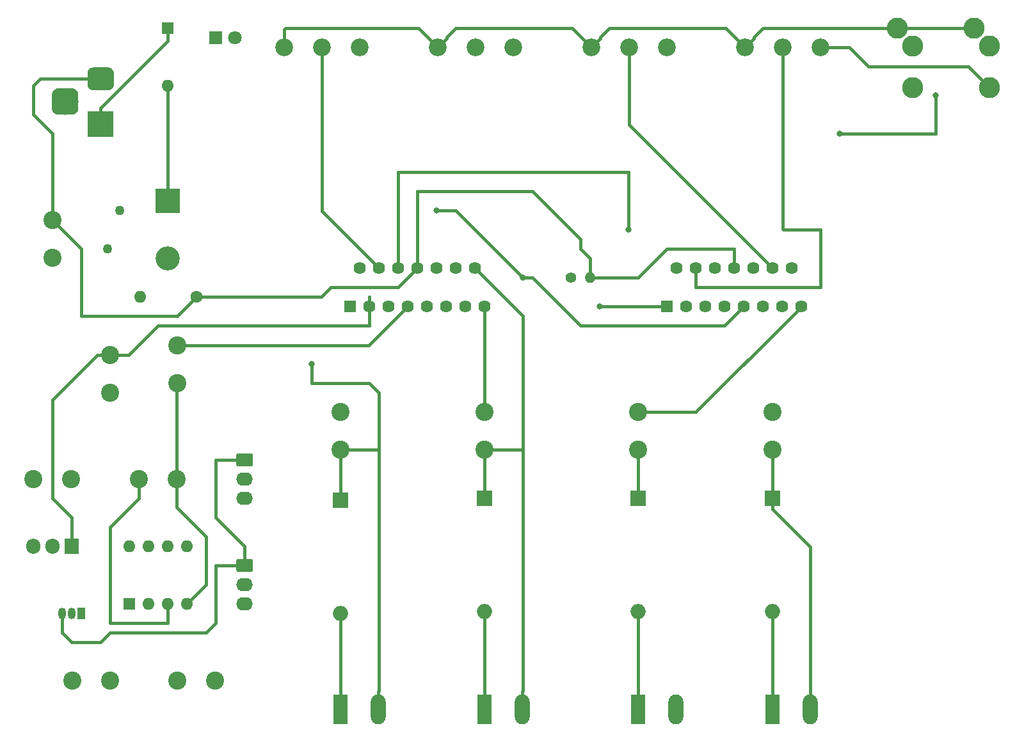
<source format=gbr>
G04 #@! TF.GenerationSoftware,KiCad,Pcbnew,(5.1.4)-1*
G04 #@! TF.CreationDate,2019-11-15T12:49:53-05:00*
G04 #@! TF.ProjectId,ffb,6666622e-6b69-4636-9164-5f7063625858,rev?*
G04 #@! TF.SameCoordinates,Original*
G04 #@! TF.FileFunction,Copper,L2,Bot*
G04 #@! TF.FilePolarity,Positive*
%FSLAX46Y46*%
G04 Gerber Fmt 4.6, Leading zero omitted, Abs format (unit mm)*
G04 Created by KiCad (PCBNEW (5.1.4)-1) date 2019-11-15 12:49:53*
%MOMM*%
%LPD*%
G04 APERTURE LIST*
%ADD10C,2.400000*%
%ADD11C,1.600000*%
%ADD12O,1.600000X1.600000*%
%ADD13O,2.000000X2.000000*%
%ADD14R,2.000000X2.000000*%
%ADD15R,1.800000X1.800000*%
%ADD16C,1.800000*%
%ADD17R,3.200000X3.200000*%
%ADD18O,3.200000X3.200000*%
%ADD19C,1.270000*%
%ADD20R,3.500000X3.500000*%
%ADD21C,0.100000*%
%ADD22C,3.000000*%
%ADD23C,3.500000*%
%ADD24R,1.980000X3.960000*%
%ADD25O,1.980000X3.960000*%
%ADD26C,2.800000*%
%ADD27C,1.740000*%
%ADD28O,2.200000X1.740000*%
%ADD29O,1.050000X1.500000*%
%ADD30R,1.050000X1.500000*%
%ADD31C,2.340000*%
%ADD32R,1.600000X1.600000*%
%ADD33C,1.400000*%
%ADD34O,1.400000X1.400000*%
%ADD35R,1.905000X2.000000*%
%ADD36O,1.905000X2.000000*%
%ADD37C,1.620000*%
%ADD38R,1.620000X1.620000*%
%ADD39C,0.800000*%
%ADD40C,0.400000*%
G04 APERTURE END LIST*
D10*
X71120000Y-81360000D03*
X71120000Y-86360000D03*
X62230000Y-87630000D03*
X62230000Y-82630000D03*
X54610000Y-64770000D03*
X54610000Y-69770000D03*
D11*
X73660000Y-74930000D03*
D12*
X66160000Y-74930000D03*
D13*
X132080000Y-116600000D03*
D14*
X132080000Y-101600000D03*
X149860000Y-101600000D03*
D13*
X149860000Y-116600000D03*
D14*
X111760000Y-101600000D03*
D13*
X111760000Y-116600000D03*
X92710000Y-116840000D03*
D14*
X92710000Y-101840000D03*
D15*
X76200000Y-40640000D03*
D16*
X78740000Y-40640000D03*
D17*
X69850000Y-62230000D03*
D18*
X69850000Y-69850000D03*
D19*
X61900000Y-68600000D03*
X63500000Y-63500000D03*
D20*
X60960000Y-52070000D03*
D21*
G36*
X62033513Y-44573611D02*
G01*
X62106318Y-44584411D01*
X62177714Y-44602295D01*
X62247013Y-44627090D01*
X62313548Y-44658559D01*
X62376678Y-44696398D01*
X62435795Y-44740242D01*
X62490330Y-44789670D01*
X62539758Y-44844205D01*
X62583602Y-44903322D01*
X62621441Y-44966452D01*
X62652910Y-45032987D01*
X62677705Y-45102286D01*
X62695589Y-45173682D01*
X62706389Y-45246487D01*
X62710000Y-45320000D01*
X62710000Y-46820000D01*
X62706389Y-46893513D01*
X62695589Y-46966318D01*
X62677705Y-47037714D01*
X62652910Y-47107013D01*
X62621441Y-47173548D01*
X62583602Y-47236678D01*
X62539758Y-47295795D01*
X62490330Y-47350330D01*
X62435795Y-47399758D01*
X62376678Y-47443602D01*
X62313548Y-47481441D01*
X62247013Y-47512910D01*
X62177714Y-47537705D01*
X62106318Y-47555589D01*
X62033513Y-47566389D01*
X61960000Y-47570000D01*
X59960000Y-47570000D01*
X59886487Y-47566389D01*
X59813682Y-47555589D01*
X59742286Y-47537705D01*
X59672987Y-47512910D01*
X59606452Y-47481441D01*
X59543322Y-47443602D01*
X59484205Y-47399758D01*
X59429670Y-47350330D01*
X59380242Y-47295795D01*
X59336398Y-47236678D01*
X59298559Y-47173548D01*
X59267090Y-47107013D01*
X59242295Y-47037714D01*
X59224411Y-46966318D01*
X59213611Y-46893513D01*
X59210000Y-46820000D01*
X59210000Y-45320000D01*
X59213611Y-45246487D01*
X59224411Y-45173682D01*
X59242295Y-45102286D01*
X59267090Y-45032987D01*
X59298559Y-44966452D01*
X59336398Y-44903322D01*
X59380242Y-44844205D01*
X59429670Y-44789670D01*
X59484205Y-44740242D01*
X59543322Y-44696398D01*
X59606452Y-44658559D01*
X59672987Y-44627090D01*
X59742286Y-44602295D01*
X59813682Y-44584411D01*
X59886487Y-44573611D01*
X59960000Y-44570000D01*
X61960000Y-44570000D01*
X62033513Y-44573611D01*
X62033513Y-44573611D01*
G37*
D22*
X60960000Y-46070000D03*
D21*
G36*
X57220765Y-47324213D02*
G01*
X57305704Y-47336813D01*
X57388999Y-47357677D01*
X57469848Y-47386605D01*
X57547472Y-47423319D01*
X57621124Y-47467464D01*
X57690094Y-47518616D01*
X57753718Y-47576282D01*
X57811384Y-47639906D01*
X57862536Y-47708876D01*
X57906681Y-47782528D01*
X57943395Y-47860152D01*
X57972323Y-47941001D01*
X57993187Y-48024296D01*
X58005787Y-48109235D01*
X58010000Y-48195000D01*
X58010000Y-49945000D01*
X58005787Y-50030765D01*
X57993187Y-50115704D01*
X57972323Y-50198999D01*
X57943395Y-50279848D01*
X57906681Y-50357472D01*
X57862536Y-50431124D01*
X57811384Y-50500094D01*
X57753718Y-50563718D01*
X57690094Y-50621384D01*
X57621124Y-50672536D01*
X57547472Y-50716681D01*
X57469848Y-50753395D01*
X57388999Y-50782323D01*
X57305704Y-50803187D01*
X57220765Y-50815787D01*
X57135000Y-50820000D01*
X55385000Y-50820000D01*
X55299235Y-50815787D01*
X55214296Y-50803187D01*
X55131001Y-50782323D01*
X55050152Y-50753395D01*
X54972528Y-50716681D01*
X54898876Y-50672536D01*
X54829906Y-50621384D01*
X54766282Y-50563718D01*
X54708616Y-50500094D01*
X54657464Y-50431124D01*
X54613319Y-50357472D01*
X54576605Y-50279848D01*
X54547677Y-50198999D01*
X54526813Y-50115704D01*
X54514213Y-50030765D01*
X54510000Y-49945000D01*
X54510000Y-48195000D01*
X54514213Y-48109235D01*
X54526813Y-48024296D01*
X54547677Y-47941001D01*
X54576605Y-47860152D01*
X54613319Y-47782528D01*
X54657464Y-47708876D01*
X54708616Y-47639906D01*
X54766282Y-47576282D01*
X54829906Y-47518616D01*
X54898876Y-47467464D01*
X54972528Y-47423319D01*
X55050152Y-47386605D01*
X55131001Y-47357677D01*
X55214296Y-47336813D01*
X55299235Y-47324213D01*
X55385000Y-47320000D01*
X57135000Y-47320000D01*
X57220765Y-47324213D01*
X57220765Y-47324213D01*
G37*
D23*
X56260000Y-49070000D03*
D24*
X132080000Y-129540000D03*
D25*
X137080000Y-129540000D03*
X154860000Y-129540000D03*
D24*
X149860000Y-129540000D03*
D26*
X176530000Y-39370000D03*
X178530000Y-41770000D03*
X178530000Y-47270000D03*
D25*
X116760000Y-129540000D03*
D24*
X111760000Y-129540000D03*
D26*
X168370000Y-47270000D03*
X168370000Y-41770000D03*
X166370000Y-39370000D03*
D24*
X92710000Y-129540000D03*
D25*
X97710000Y-129540000D03*
D21*
G36*
X80884505Y-109621204D02*
G01*
X80908773Y-109624804D01*
X80932572Y-109630765D01*
X80955671Y-109639030D01*
X80977850Y-109649520D01*
X80998893Y-109662132D01*
X81018599Y-109676747D01*
X81036777Y-109693223D01*
X81053253Y-109711401D01*
X81067868Y-109731107D01*
X81080480Y-109752150D01*
X81090970Y-109774329D01*
X81099235Y-109797428D01*
X81105196Y-109821227D01*
X81108796Y-109845495D01*
X81110000Y-109869999D01*
X81110000Y-111110001D01*
X81108796Y-111134505D01*
X81105196Y-111158773D01*
X81099235Y-111182572D01*
X81090970Y-111205671D01*
X81080480Y-111227850D01*
X81067868Y-111248893D01*
X81053253Y-111268599D01*
X81036777Y-111286777D01*
X81018599Y-111303253D01*
X80998893Y-111317868D01*
X80977850Y-111330480D01*
X80955671Y-111340970D01*
X80932572Y-111349235D01*
X80908773Y-111355196D01*
X80884505Y-111358796D01*
X80860001Y-111360000D01*
X79159999Y-111360000D01*
X79135495Y-111358796D01*
X79111227Y-111355196D01*
X79087428Y-111349235D01*
X79064329Y-111340970D01*
X79042150Y-111330480D01*
X79021107Y-111317868D01*
X79001401Y-111303253D01*
X78983223Y-111286777D01*
X78966747Y-111268599D01*
X78952132Y-111248893D01*
X78939520Y-111227850D01*
X78929030Y-111205671D01*
X78920765Y-111182572D01*
X78914804Y-111158773D01*
X78911204Y-111134505D01*
X78910000Y-111110001D01*
X78910000Y-109869999D01*
X78911204Y-109845495D01*
X78914804Y-109821227D01*
X78920765Y-109797428D01*
X78929030Y-109774329D01*
X78939520Y-109752150D01*
X78952132Y-109731107D01*
X78966747Y-109711401D01*
X78983223Y-109693223D01*
X79001401Y-109676747D01*
X79021107Y-109662132D01*
X79042150Y-109649520D01*
X79064329Y-109639030D01*
X79087428Y-109630765D01*
X79111227Y-109624804D01*
X79135495Y-109621204D01*
X79159999Y-109620000D01*
X80860001Y-109620000D01*
X80884505Y-109621204D01*
X80884505Y-109621204D01*
G37*
D27*
X80010000Y-110490000D03*
D28*
X80010000Y-113030000D03*
X80010000Y-115570000D03*
D29*
X57150000Y-116840000D03*
X55880000Y-116840000D03*
D30*
X58420000Y-116840000D03*
D10*
X57230000Y-125730000D03*
X62230000Y-125730000D03*
X66040000Y-99060000D03*
X71040000Y-99060000D03*
X57070000Y-99060000D03*
X52070000Y-99060000D03*
X71120000Y-125730000D03*
X76120000Y-125730000D03*
X132080000Y-95170000D03*
X132080000Y-90170000D03*
X149860000Y-90170000D03*
X149860000Y-95170000D03*
X111760000Y-90170000D03*
X111760000Y-95170000D03*
X92710000Y-95170000D03*
X92710000Y-90170000D03*
D31*
X135890000Y-41910000D03*
X130890000Y-41910000D03*
X125890000Y-41910000D03*
X146210000Y-41910000D03*
X151210000Y-41910000D03*
X156210000Y-41910000D03*
X115570000Y-41910000D03*
X110570000Y-41910000D03*
X105570000Y-41910000D03*
X85250000Y-41910000D03*
X90250000Y-41910000D03*
X95250000Y-41910000D03*
D32*
X69850000Y-39370000D03*
D12*
X69850000Y-46990000D03*
D33*
X123190000Y-72390000D03*
D34*
X125730000Y-72390000D03*
D32*
X64770000Y-115570000D03*
D12*
X72390000Y-107950000D03*
X67310000Y-115570000D03*
X69850000Y-107950000D03*
X69850000Y-115570000D03*
X67310000Y-107950000D03*
X72390000Y-115570000D03*
X64770000Y-107950000D03*
D35*
X57150000Y-107950000D03*
D36*
X54610000Y-107950000D03*
X52070000Y-107950000D03*
D37*
X152400000Y-71120000D03*
X149860000Y-71120000D03*
X147320000Y-71120000D03*
X144780000Y-71120000D03*
X142240000Y-71120000D03*
X139700000Y-71120000D03*
X137160000Y-71120000D03*
X153670000Y-76200000D03*
X151130000Y-76200000D03*
X148590000Y-76200000D03*
X146050000Y-76200000D03*
X143510000Y-76200000D03*
X140970000Y-76200000D03*
X138430000Y-76200000D03*
D38*
X135890000Y-76200000D03*
X93980000Y-76200000D03*
D37*
X96520000Y-76200000D03*
X99060000Y-76200000D03*
X101600000Y-76200000D03*
X104140000Y-76200000D03*
X106680000Y-76200000D03*
X109220000Y-76200000D03*
X111760000Y-76200000D03*
X95250000Y-71120000D03*
X97790000Y-71120000D03*
X100330000Y-71120000D03*
X102870000Y-71120000D03*
X105410000Y-71120000D03*
X107950000Y-71120000D03*
X110490000Y-71120000D03*
D21*
G36*
X80884505Y-95651204D02*
G01*
X80908773Y-95654804D01*
X80932572Y-95660765D01*
X80955671Y-95669030D01*
X80977850Y-95679520D01*
X80998893Y-95692132D01*
X81018599Y-95706747D01*
X81036777Y-95723223D01*
X81053253Y-95741401D01*
X81067868Y-95761107D01*
X81080480Y-95782150D01*
X81090970Y-95804329D01*
X81099235Y-95827428D01*
X81105196Y-95851227D01*
X81108796Y-95875495D01*
X81110000Y-95899999D01*
X81110000Y-97140001D01*
X81108796Y-97164505D01*
X81105196Y-97188773D01*
X81099235Y-97212572D01*
X81090970Y-97235671D01*
X81080480Y-97257850D01*
X81067868Y-97278893D01*
X81053253Y-97298599D01*
X81036777Y-97316777D01*
X81018599Y-97333253D01*
X80998893Y-97347868D01*
X80977850Y-97360480D01*
X80955671Y-97370970D01*
X80932572Y-97379235D01*
X80908773Y-97385196D01*
X80884505Y-97388796D01*
X80860001Y-97390000D01*
X79159999Y-97390000D01*
X79135495Y-97388796D01*
X79111227Y-97385196D01*
X79087428Y-97379235D01*
X79064329Y-97370970D01*
X79042150Y-97360480D01*
X79021107Y-97347868D01*
X79001401Y-97333253D01*
X78983223Y-97316777D01*
X78966747Y-97298599D01*
X78952132Y-97278893D01*
X78939520Y-97257850D01*
X78929030Y-97235671D01*
X78920765Y-97212572D01*
X78914804Y-97188773D01*
X78911204Y-97164505D01*
X78910000Y-97140001D01*
X78910000Y-95899999D01*
X78911204Y-95875495D01*
X78914804Y-95851227D01*
X78920765Y-95827428D01*
X78929030Y-95804329D01*
X78939520Y-95782150D01*
X78952132Y-95761107D01*
X78966747Y-95741401D01*
X78983223Y-95723223D01*
X79001401Y-95706747D01*
X79021107Y-95692132D01*
X79042150Y-95679520D01*
X79064329Y-95669030D01*
X79087428Y-95660765D01*
X79111227Y-95654804D01*
X79135495Y-95651204D01*
X79159999Y-95650000D01*
X80860001Y-95650000D01*
X80884505Y-95651204D01*
X80884505Y-95651204D01*
G37*
D27*
X80010000Y-96520000D03*
D28*
X80010000Y-99060000D03*
X80010000Y-101600000D03*
D39*
X130810000Y-66040000D03*
X88900000Y-83820000D03*
X105410000Y-63500000D03*
X116840000Y-72390000D03*
X171450000Y-48260000D03*
X158750000Y-53340000D03*
X127000000Y-76200000D03*
D40*
X73660000Y-74930000D02*
X71120000Y-77470000D01*
X71120000Y-77470000D02*
X58420000Y-77470000D01*
X58420000Y-68580000D02*
X54610000Y-64770000D01*
X58420000Y-77470000D02*
X58420000Y-68580000D01*
X71040000Y-99060000D02*
X71040000Y-102790000D01*
X71040000Y-102790000D02*
X74930000Y-106680000D01*
X74930000Y-113030000D02*
X72390000Y-115570000D01*
X74930000Y-106680000D02*
X74930000Y-113030000D01*
X71040000Y-86440000D02*
X71120000Y-86360000D01*
X71040000Y-99060000D02*
X71040000Y-86440000D01*
X54610000Y-64770000D02*
X54610000Y-53340000D01*
X54610000Y-53340000D02*
X52070000Y-50800000D01*
X52070000Y-50800000D02*
X52070000Y-46990000D01*
X52990000Y-46070000D02*
X60960000Y-46070000D01*
X52070000Y-46990000D02*
X52990000Y-46070000D01*
X73660000Y-74930000D02*
X90170000Y-74930000D01*
X90170000Y-74930000D02*
X91440000Y-73660000D01*
X100330000Y-73660000D02*
X102870000Y-71120000D01*
X91440000Y-73660000D02*
X100330000Y-73660000D01*
X125730000Y-69850000D02*
X125730000Y-72390000D01*
X124460000Y-68580000D02*
X125730000Y-69850000D01*
X102870000Y-71120000D02*
X102870000Y-68580000D01*
X144780000Y-68580000D02*
X144780000Y-71120000D01*
X135890000Y-68580000D02*
X144780000Y-68580000D01*
X125730000Y-72390000D02*
X132080000Y-72390000D01*
X132080000Y-72390000D02*
X135890000Y-68580000D01*
X102870000Y-68580000D02*
X102870000Y-60960000D01*
X102870000Y-60960000D02*
X118110000Y-60960000D01*
X118110000Y-60960000D02*
X124460000Y-67310000D01*
X124460000Y-67310000D02*
X124460000Y-68580000D01*
X96440000Y-81360000D02*
X101600000Y-76200000D01*
X71120000Y-81360000D02*
X96440000Y-81360000D01*
X100330000Y-71120000D02*
X100330000Y-58420000D01*
X100330000Y-58420000D02*
X125730000Y-58420000D01*
X125730000Y-58420000D02*
X130810000Y-58420000D01*
X130810000Y-58420000D02*
X130810000Y-66040000D01*
X130810000Y-66040000D02*
X130810000Y-66040000D01*
X132080000Y-116600000D02*
X132080000Y-129540000D01*
X132080000Y-95170000D02*
X132080000Y-101600000D01*
X149860000Y-95170000D02*
X149860000Y-101600000D01*
X154860000Y-127160000D02*
X154860000Y-129540000D01*
X154860000Y-108000000D02*
X154860000Y-127160000D01*
X149860000Y-103000000D02*
X154860000Y-108000000D01*
X149860000Y-101600000D02*
X149860000Y-103000000D01*
X149860000Y-116600000D02*
X149860000Y-129540000D01*
X111760000Y-95170000D02*
X111760000Y-101600000D01*
X116760000Y-127160000D02*
X116840000Y-127080000D01*
X116760000Y-129540000D02*
X116760000Y-127160000D01*
X116840000Y-77470000D02*
X110490000Y-71120000D01*
X116840000Y-127080000D02*
X116840000Y-77470000D01*
X111760000Y-95170000D02*
X116760000Y-95170000D01*
X116760000Y-95170000D02*
X116840000Y-95250000D01*
X111760000Y-116600000D02*
X111760000Y-129540000D01*
X92710000Y-116840000D02*
X92710000Y-129540000D01*
X92710000Y-95170000D02*
X92710000Y-101840000D01*
X97710000Y-127160000D02*
X97790000Y-127080000D01*
X97710000Y-129540000D02*
X97710000Y-127160000D01*
X97790000Y-127080000D02*
X97790000Y-101600000D01*
X97790000Y-101600000D02*
X97790000Y-95250000D01*
X97790000Y-95250000D02*
X97790000Y-87630000D01*
X97790000Y-87630000D02*
X96520000Y-86360000D01*
X96520000Y-86360000D02*
X88900000Y-86360000D01*
X88900000Y-86360000D02*
X88900000Y-83820000D01*
X88900000Y-83820000D02*
X88900000Y-83820000D01*
X97710000Y-95170000D02*
X97790000Y-95250000D01*
X92710000Y-95170000D02*
X97710000Y-95170000D01*
X69850000Y-46990000D02*
X69850000Y-62230000D01*
X69850000Y-40570000D02*
X69850000Y-39370000D01*
X69850000Y-41030000D02*
X69850000Y-40570000D01*
X60960000Y-49920000D02*
X69850000Y-41030000D01*
X60960000Y-52070000D02*
X60960000Y-49920000D01*
X85250000Y-41910000D02*
X85250000Y-39530000D01*
X85250000Y-39530000D02*
X85410000Y-39370000D01*
X103030000Y-39370000D02*
X105570000Y-41910000D01*
X85410000Y-39370000D02*
X103030000Y-39370000D01*
X106739999Y-40740001D02*
X106739999Y-40580001D01*
X105570000Y-41910000D02*
X106739999Y-40740001D01*
X106739999Y-40580001D02*
X107950000Y-39370000D01*
X123350000Y-39370000D02*
X125890000Y-41910000D01*
X107950000Y-39370000D02*
X123350000Y-39370000D01*
X127059999Y-40740001D02*
X127059999Y-40580001D01*
X125890000Y-41910000D02*
X127059999Y-40740001D01*
X127059999Y-40580001D02*
X128270000Y-39370000D01*
X143670000Y-39370000D02*
X146210000Y-41910000D01*
X128270000Y-39370000D02*
X143670000Y-39370000D01*
X147379999Y-40740001D02*
X147379999Y-40580001D01*
X146210000Y-41910000D02*
X147379999Y-40740001D01*
X148590000Y-39370000D02*
X166370000Y-39370000D01*
X147379999Y-40580001D02*
X148590000Y-39370000D01*
X166370000Y-39370000D02*
X176530000Y-39370000D01*
X105410000Y-63500000D02*
X107950000Y-63500000D01*
X107950000Y-63500000D02*
X116840000Y-72390000D01*
X116840000Y-72390000D02*
X116840000Y-72390000D01*
X143510000Y-78740000D02*
X146050000Y-76200000D01*
X124460000Y-78740000D02*
X143510000Y-78740000D01*
X116840000Y-72390000D02*
X118110000Y-72390000D01*
X118110000Y-72390000D02*
X124460000Y-78740000D01*
X156210000Y-41910000D02*
X160020000Y-41910000D01*
X160020000Y-41910000D02*
X162560000Y-44450000D01*
X175710000Y-44450000D02*
X178530000Y-47270000D01*
X162560000Y-44450000D02*
X175710000Y-44450000D01*
X171450000Y-48260000D02*
X171450000Y-53340000D01*
X171450000Y-53340000D02*
X158750000Y-53340000D01*
X158750000Y-53340000D02*
X158750000Y-53340000D01*
X57150000Y-104140000D02*
X57150000Y-107950000D01*
X54610000Y-101600000D02*
X57150000Y-104140000D01*
X54610000Y-88552944D02*
X54610000Y-101600000D01*
X62230000Y-82630000D02*
X60532944Y-82630000D01*
X60532944Y-82630000D02*
X54610000Y-88552944D01*
X96520000Y-78740000D02*
X96520000Y-76200000D01*
X68580000Y-78740000D02*
X96520000Y-78740000D01*
X62230000Y-82630000D02*
X64690000Y-82630000D01*
X64690000Y-82630000D02*
X68580000Y-78740000D01*
X96520000Y-76200000D02*
X96520000Y-74930000D01*
X55880000Y-116840000D02*
X55880000Y-119380000D01*
X55880000Y-119380000D02*
X57150000Y-120650000D01*
X57150000Y-120650000D02*
X60960000Y-120650000D01*
X60960000Y-120650000D02*
X62230000Y-119380000D01*
X62230000Y-119380000D02*
X74930000Y-119380000D01*
X74930000Y-119380000D02*
X76200000Y-118110000D01*
X76200000Y-118110000D02*
X76200000Y-110490000D01*
X76200000Y-110490000D02*
X80010000Y-110490000D01*
X76200000Y-96520000D02*
X80010000Y-96520000D01*
X76200000Y-104140000D02*
X76200000Y-96520000D01*
X80010000Y-110490000D02*
X80010000Y-107950000D01*
X80010000Y-107950000D02*
X76200000Y-104140000D01*
X69850000Y-118110000D02*
X69850000Y-115570000D01*
X62230000Y-118110000D02*
X69850000Y-118110000D01*
X62230000Y-105410000D02*
X62230000Y-118110000D01*
X66040000Y-99060000D02*
X66040000Y-101600000D01*
X66040000Y-101600000D02*
X62230000Y-105410000D01*
X152860001Y-77009999D02*
X153670000Y-76200000D01*
X139700000Y-90170000D02*
X152860001Y-77009999D01*
X132080000Y-90170000D02*
X139700000Y-90170000D01*
X135890000Y-76200000D02*
X134680000Y-76200000D01*
X134680000Y-76200000D02*
X127000000Y-76200000D01*
X127000000Y-76200000D02*
X127000000Y-76200000D01*
X111760000Y-76200000D02*
X111760000Y-90170000D01*
X130890000Y-52150000D02*
X149860000Y-71120000D01*
X130890000Y-41910000D02*
X130890000Y-52150000D01*
X139700000Y-73660000D02*
X139700000Y-71120000D01*
X156210000Y-73660000D02*
X139700000Y-73660000D01*
X156210000Y-66040000D02*
X156210000Y-73660000D01*
X151290000Y-66040000D02*
X156210000Y-66040000D01*
X151210000Y-41910000D02*
X151210000Y-65960000D01*
X151210000Y-65960000D02*
X151290000Y-66040000D01*
X90250000Y-63580000D02*
X97790000Y-71120000D01*
X90250000Y-41910000D02*
X90250000Y-63580000D01*
M02*

</source>
